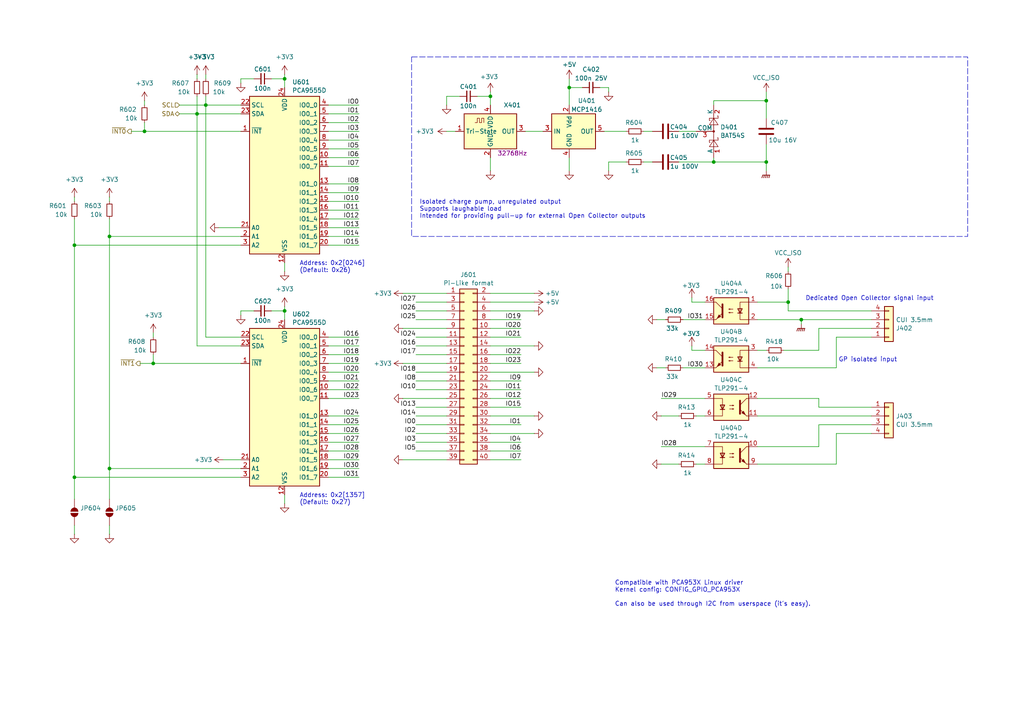
<source format=kicad_sch>
(kicad_sch (version 20231120) (generator "eeschema") (generator_version "8.0")
  (paper "A4")
  (lib_symbols
    (symbol "Connector_Generic:Conn_01x04" (pin_names (offset 1.016) hide)
      (property "Reference" "J" (at 0 5.08 0))
      (property "Value" "Conn_01x04" (at 0 -7.62 0))
      (symbol "Conn_01x04_1_1"
        (pin passive line (at -5.08 2.54 0) (length 3.81) (name "Pin_1") (number "1"))
        (pin passive line (at -5.08 0 0) (length 3.81) (name "Pin_2") (number "2"))
        (pin passive line (at -5.08 -2.54 0) (length 3.81) (name "Pin_3") (number "3"))
        (pin passive line (at -5.08 -5.08 0) (length 3.81) (name "Pin_4") (number "4"))
      )
    )
    (symbol "Connector_Generic:Conn_02x20_Odd_Even" (pin_names (offset 1.016) hide)
      (property "Reference" "J" (at 1.27 25.4 0))
      (property "Value" "Conn_02x20_Odd_Even" (at 1.27 -27.94 0))
      (symbol "Conn_02x20_Odd_Even_1_1"
        (pin passive line (at -5.08 22.86 0) (length 3.81) (name "Pin_1") (number "1"))
        (pin passive line (at 7.62 12.7 180) (length 3.81) (name "Pin_10") (number "10"))
        (pin passive line (at -5.08 10.16 0) (length 3.81) (name "Pin_11") (number "11"))
        (pin passive line (at 7.62 10.16 180) (length 3.81) (name "Pin_12") (number "12"))
        (pin passive line (at -5.08 7.62 0) (length 3.81) (name "Pin_13") (number "13"))
        (pin passive line (at 7.62 7.62 180) (length 3.81) (name "Pin_14") (number "14"))
        (pin passive line (at -5.08 5.08 0) (length 3.81) (name "Pin_15") (number "15"))
        (pin passive line (at 7.62 5.08 180) (length 3.81) (name "Pin_16") (number "16"))
        (pin passive line (at -5.08 2.54 0) (length 3.81) (name "Pin_17") (number "17"))
        (pin passive line (at 7.62 2.54 180) (length 3.81) (name "Pin_18") (number "18"))
        (pin passive line (at -5.08 0 0) (length 3.81) (name "Pin_19") (number "19"))
        (pin passive line (at 7.62 22.86 180) (length 3.81) (name "Pin_2") (number "2"))
        (pin passive line (at 7.62 0 180) (length 3.81) (name "Pin_20") (number "20"))
        (pin passive line (at -5.08 -2.54 0) (length 3.81) (name "Pin_21") (number "21"))
        (pin passive line (at 7.62 -2.54 180) (length 3.81) (name "Pin_22") (number "22"))
        (pin passive line (at -5.08 -5.08 0) (length 3.81) (name "Pin_23") (number "23"))
        (pin passive line (at 7.62 -5.08 180) (length 3.81) (name "Pin_24") (number "24"))
        (pin passive line (at -5.08 -7.62 0) (length 3.81) (name "Pin_25") (number "25"))
        (pin passive line (at 7.62 -7.62 180) (length 3.81) (name "Pin_26") (number "26"))
        (pin passive line (at -5.08 -10.16 0) (length 3.81) (name "Pin_27") (number "27"))
        (pin passive line (at 7.62 -10.16 180) (length 3.81) (name "Pin_28") (number "28"))
        (pin passive line (at -5.08 -12.7 0) (length 3.81) (name "Pin_29") (number "29"))
        (pin passive line (at -5.08 20.32 0) (length 3.81) (name "Pin_3") (number "3"))
        (pin passive line (at 7.62 -12.7 180) (length 3.81) (name "Pin_30") (number "30"))
        (pin passive line (at -5.08 -15.24 0) (length 3.81) (name "Pin_31") (number "31"))
        (pin passive line (at 7.62 -15.24 180) (length 3.81) (name "Pin_32") (number "32"))
        (pin passive line (at -5.08 -17.78 0) (length 3.81) (name "Pin_33") (number "33"))
        (pin passive line (at 7.62 -17.78 180) (length 3.81) (name "Pin_34") (number "34"))
        (pin passive line (at -5.08 -20.32 0) (length 3.81) (name "Pin_35") (number "35"))
        (pin passive line (at 7.62 -20.32 180) (length 3.81) (name "Pin_36") (number "36"))
        (pin passive line (at -5.08 -22.86 0) (length 3.81) (name "Pin_37") (number "37"))
        (pin passive line (at 7.62 -22.86 180) (length 3.81) (name "Pin_38") (number "38"))
        (pin passive line (at -5.08 -25.4 0) (length 3.81) (name "Pin_39") (number "39"))
        (pin passive line (at 7.62 20.32 180) (length 3.81) (name "Pin_4") (number "4"))
        (pin passive line (at 7.62 -25.4 180) (length 3.81) (name "Pin_40") (number "40"))
        (pin passive line (at -5.08 17.78 0) (length 3.81) (name "Pin_5") (number "5"))
        (pin passive line (at 7.62 17.78 180) (length 3.81) (name "Pin_6") (number "6"))
        (pin passive line (at -5.08 15.24 0) (length 3.81) (name "Pin_7") (number "7"))
        (pin passive line (at 7.62 15.24 180) (length 3.81) (name "Pin_8") (number "8"))
        (pin passive line (at -5.08 12.7 0) (length 3.81) (name "Pin_9") (number "9"))
      )
    )
    (symbol "Device:C" (pin_numbers hide) (pin_names (offset 0.254))
      (property "Reference" "C" (at 0.635 2.54 0))
      (property "Value" "C" (at 0.635 -2.54 0))
      (symbol "C_1_1"
        (pin passive line (at 0 3.81 270) (length 2.794) (name "~") (number "1"))
        (pin passive line (at 0 -3.81 90) (length 2.794) (name "~") (number "2"))
      )
    )
    (symbol "Device:C_Small" (pin_numbers hide) (pin_names (offset 0.254) hide)
      (property "Reference" "C" (at 0.254 1.778 0))
      (property "Value" "C_Small" (at 0.254 -2.032 0))
      (symbol "C_Small_1_1"
        (pin passive line (at 0 2.54 270) (length 2.032) (name "~") (number "1"))
        (pin passive line (at 0 -2.54 90) (length 2.032) (name "~") (number "2"))
      )
    )
    (symbol "Device:R_Small" (pin_numbers hide) (pin_names (offset 0.254) hide)
      (property "Reference" "R" (at 0.762 0.508 0))
      (property "Value" "R_Small" (at 0.762 -1.016 0))
      (symbol "R_Small_1_1"
        (pin passive line (at 0 2.54 270) (length 0.762) (name "~") (number "1"))
        (pin passive line (at 0 -2.54 90) (length 0.762) (name "~") (number "2"))
      )
    )
    (symbol "Diode:BAT54S" (pin_names (offset 0))
      (property "Reference" "D" (at 2.54 -5.08 0))
      (property "Value" "BAT54S" (at -6.35 3.175 0))
      (symbol "BAT54S_1_1"
        (pin passive line (at -7.62 0 0) (length 3.81) (name "A") (number "1"))
        (pin passive line (at 7.62 0 180) (length 3.81) (name "K") (number "2"))
        (pin passive line (at 0 -5.08 90) (length 5.08) (name "COM") (number "3"))
      )
    )
    (symbol "Driver_FET:MCP1416"
      (property "Reference" "U" (at -5.08 6.35 0))
      (property "Value" "MCP1416" (at 1.27 6.35 0))
      (symbol "MCP1416_1_1"
        (pin no_connect line (at 7.62 -2.54 180) (length 2.54) hide (name "NC") (number "1"))
        (pin power_in line (at 0 7.62 270) (length 2.54) (name "Vdd") (number "2"))
        (pin input line (at -7.62 0 0) (length 2.54) (name "IN") (number "3"))
        (pin power_in line (at 0 -7.62 90) (length 2.54) (name "GND") (number "4"))
        (pin output line (at 10.16 0 180) (length 2.54) (name "OUT") (number "5"))
      )
    )
    (symbol "Interface_Expansion:PCA9555D"
      (property "Reference" "U" (at -8.89 24.13 0))
      (property "Value" "PCA9555D" (at 6.35 24.13 0))
      (symbol "PCA9555D_1_1"
        (pin open_collector line (at -12.7 12.7 0) (length 2.54) (name "~{INT}") (number "1"))
        (pin bidirectional line (at 12.7 5.08 180) (length 2.54) (name "IO0_6") (number "10"))
        (pin bidirectional line (at 12.7 2.54 180) (length 2.54) (name "IO0_7") (number "11"))
        (pin power_in line (at 0 -25.4 90) (length 2.54) (name "VSS") (number "12"))
        (pin bidirectional line (at 12.7 -2.54 180) (length 2.54) (name "IO1_0") (number "13"))
        (pin bidirectional line (at 12.7 -5.08 180) (length 2.54) (name "IO1_1") (number "14"))
        (pin bidirectional line (at 12.7 -7.62 180) (length 2.54) (name "IO1_2") (number "15"))
        (pin bidirectional line (at 12.7 -10.16 180) (length 2.54) (name "IO1_3") (number "16"))
        (pin bidirectional line (at 12.7 -12.7 180) (length 2.54) (name "IO1_4") (number "17"))
        (pin bidirectional line (at 12.7 -15.24 180) (length 2.54) (name "IO1_5") (number "18"))
        (pin bidirectional line (at 12.7 -17.78 180) (length 2.54) (name "IO1_6") (number "19"))
        (pin input line (at -12.7 -17.78 0) (length 2.54) (name "A1") (number "2"))
        (pin bidirectional line (at 12.7 -20.32 180) (length 2.54) (name "IO1_7") (number "20"))
        (pin input line (at -12.7 -15.24 0) (length 2.54) (name "A0") (number "21"))
        (pin input line (at -12.7 20.32 0) (length 2.54) (name "SCL") (number "22"))
        (pin bidirectional line (at -12.7 17.78 0) (length 2.54) (name "SDA") (number "23"))
        (pin power_in line (at 0 25.4 270) (length 2.54) (name "VDD") (number "24"))
        (pin input line (at -12.7 -20.32 0) (length 2.54) (name "A2") (number "3"))
        (pin bidirectional line (at 12.7 20.32 180) (length 2.54) (name "IO0_0") (number "4"))
        (pin bidirectional line (at 12.7 17.78 180) (length 2.54) (name "IO0_1") (number "5"))
        (pin bidirectional line (at 12.7 15.24 180) (length 2.54) (name "IO0_2") (number "6"))
        (pin bidirectional line (at 12.7 12.7 180) (length 2.54) (name "IO0_3") (number "7"))
        (pin bidirectional line (at 12.7 10.16 180) (length 2.54) (name "IO0_4") (number "8"))
        (pin bidirectional line (at 12.7 7.62 180) (length 2.54) (name "IO0_5") (number "9"))
      )
    )
    (symbol "Isolator:TLP291-4"
      (property "Reference" "U" (at -5.08 5.08 0))
      (property "Value" "TLP291-4" (at 0 5.08 0))
      (symbol "TLP291-4_1_1"
        (pin passive line (at -7.62 2.54 0) (length 2.54) (name "~") (number "1"))
        (pin passive line (at 7.62 -2.54 180) (length 2.54) (name "~") (number "15"))
        (pin passive line (at 7.62 2.54 180) (length 2.54) (name "~") (number "16"))
        (pin passive line (at -7.62 -2.54 0) (length 2.54) (name "~") (number "2"))
      )
      (symbol "TLP291-4_2_1"
        (pin passive line (at 7.62 -2.54 180) (length 2.54) (name "~") (number "13"))
        (pin passive line (at 7.62 2.54 180) (length 2.54) (name "~") (number "14"))
        (pin passive line (at -7.62 2.54 0) (length 2.54) (name "~") (number "3"))
        (pin passive line (at -7.62 -2.54 0) (length 2.54) (name "~") (number "4"))
      )
      (symbol "TLP291-4_3_1"
        (pin passive line (at 7.62 -2.54 180) (length 2.54) (name "~") (number "11"))
        (pin passive line (at 7.62 2.54 180) (length 2.54) (name "~") (number "12"))
        (pin passive line (at -7.62 2.54 0) (length 2.54) (name "~") (number "5"))
        (pin passive line (at -7.62 -2.54 0) (length 2.54) (name "~") (number "6"))
      )
      (symbol "TLP291-4_4_1"
        (pin passive line (at 7.62 2.54 180) (length 2.54) (name "~") (number "10"))
        (pin passive line (at -7.62 2.54 0) (length 2.54) (name "~") (number "7"))
        (pin passive line (at -7.62 -2.54 0) (length 2.54) (name "~") (number "8"))
        (pin passive line (at 7.62 -2.54 180) (length 2.54) (name "~") (number "9"))
      )
    )
    (symbol "Jumper:SolderJumper_2_Open" (pin_numbers hide) (pin_names (offset 0) hide) (exclude_from_sim yes) (in_bom no)
      (property "Reference" "JP" (at 0 2.032 0))
      (property "Value" "SolderJumper_2_Open" (at 0 -2.54 0))
      (symbol "SolderJumper_2_Open_1_1"
        (pin passive line (at -3.81 0 0) (length 2.54) (name "A") (number "1"))
        (pin passive line (at 3.81 0 180) (length 2.54) (name "B") (number "2"))
      )
    )
    (symbol "Oscillator:ECS-2520MV-xxx-xx"
      (property "Reference" "X" (at -5.08 6.35 0))
      (property "Value" "ECS-2520MV-xxx-xx" (at 1.27 -6.35 0))
      (symbol "ECS-2520MV-xxx-xx_1_1"
        (pin input line (at -10.16 0 0) (length 2.54) (name "Tri-State") (number "1"))
        (pin power_in line (at 0 -7.62 90) (length 2.54) (name "GND") (number "2"))
        (pin output line (at 10.16 0 180) (length 2.54) (name "OUT") (number "3"))
        (pin power_in line (at 0 7.62 270) (length 2.54) (name "VDD") (number "4"))
      )
    )
    (symbol "Toucanuino-rescue:+3.3V-power" (power) (pin_names (offset 0))
      (property "Value" "+3.3V-power" (at 0 3.556 0))
      (symbol "+3.3V-power_1_1"
        (pin power_in line (at 0 0 90) (length 0) hide (name "+3V3") (number "1"))
      )
    )
    (symbol "VCC_1" (power) (pin_numbers hide) (pin_names (offset 0) hide)
      (property "Value" "VCC" (at 0 3.556 0))
      (symbol "VCC_1_1_1"
        (pin power_in line (at 0 0 90) (length 0) (name "~") (number "1"))
      )
    )
    (symbol "power:+3V3" (power) (pin_numbers hide) (pin_names (offset 0) hide)
      (property "Value" "+3V3" (at 0 3.556 0))
      (symbol "+3V3_1_1"
        (pin power_in line (at 0 0 90) (length 0) (name "~") (number "1"))
      )
    )
    (symbol "power:+5V" (power) (pin_numbers hide) (pin_names (offset 0) hide)
      (property "Value" "+5V" (at 0 3.556 0))
      (symbol "+5V_1_1"
        (pin power_in line (at 0 0 90) (length 0) (name "~") (number "1"))
      )
    )
    (symbol "power:GND" (power) (pin_numbers hide) (pin_names (offset 0) hide)
      (property "Value" "GND" (at 0 -3.81 0))
      (symbol "GND_1_1"
        (pin power_in line (at 0 0 270) (length 0) (name "~") (number "1"))
      )
    )
    (symbol "power:GND1" (power) (pin_numbers hide) (pin_names (offset 0) hide)
      (property "Value" "GND1" (at 0 -3.81 0))
      (symbol "GND1_1_1"
        (pin power_in line (at 0 0 270) (length 0) (name "~") (number "1"))
      )
    )
    (symbol "power:GNDPWR" (power) (pin_names (offset 0))
      (symbol "GNDPWR_1_1"
        (pin power_in line (at 0 0 270) (length 0) hide (name "GNDPWR") (number "1"))
      )
    )
    (symbol "power:VCC" (power) (pin_numbers hide) (pin_names (offset 0) hide)
      (property "Value" "VCC_ISO" (at 0 4.1331 0))
      (symbol "VCC_1_1"
        (pin power_in line (at 0 0 90) (length 0) (name "~") (number "1"))
      )
    )
  )
  (junction (at 21.59 71.12))
  (junction (at 44.45 105.41))
  (junction (at 222.25 46.99))
  (junction (at 31.75 68.58))
  (junction (at 228.6 87.63))
  (junction (at 142.24 27.94))
  (junction (at 207.01 46.99))
  (junction (at 41.91 38.1))
  (junction (at 57.15 33.02))
  (junction (at 232.41 92.71))
  (junction (at 59.69 30.48))
  (junction (at 222.25 29.21))
  (junction (at 330.2 92.71))
  (junction (at 21.59 138.43))
  (junction (at 31.75 135.89))
  (junction (at 82.55 22.86))
  (junction (at 82.55 90.17))
  (junction (at 165.1 25.4))
  (junction (at 331.47 115.57))
  (wire (pts (xy 82.55 21.59) (xy 82.55 22.86)))
  (wire (pts (xy 219.71 120.65) (xy 252.73 120.65)))
  (wire (pts (xy 95.25 123.19) (xy 104.14 123.19)))
  (wire (pts (xy 237.49 118.11) (xy 237.49 115.57)))
  (wire (pts (xy 116.84 133.35) (xy 129.54 133.35)))
  (wire (pts (xy 165.1 22.86) (xy 165.1 25.4)))
  (wire (pts (xy 142.24 110.49) (xy 151.13 110.49)))
  (wire (pts (xy 95.25 40.64) (xy 104.14 40.64)))
  (wire (pts (xy 142.24 100.33) (xy 154.94 100.33)))
  (wire (pts (xy 129.54 27.94) (xy 133.35 27.94)))
  (wire (pts (xy 129.54 97.79) (xy 120.65 97.79)))
  (wire (pts (xy 31.75 63.5) (xy 31.75 68.58)))
  (wire (pts (xy 69.85 90.17) (xy 69.85 91.44)))
  (wire (pts (xy 69.85 22.86) (xy 69.85 24.13)))
  (wire (pts (xy 95.25 97.79) (xy 104.14 97.79)))
  (wire (pts (xy 331.47 114.3) (xy 331.47 115.57)))
  (wire (pts (xy 95.25 113.03) (xy 104.14 113.03)))
  (wire (pts (xy 142.24 113.03) (xy 151.13 113.03)))
  (wire (pts (xy 222.25 46.99) (xy 222.25 49.53)))
  (wire (pts (xy 95.25 38.1) (xy 104.14 38.1)))
  (wire (pts (xy 222.25 26.67) (xy 222.25 29.21)))
  (wire (pts (xy 59.69 27.94) (xy 59.69 30.48)))
  (wire (pts (xy 330.2 92.71) (xy 336.55 92.71)))
  (wire (pts (xy 186.69 38.1) (xy 189.23 38.1)))
  (wire (pts (xy 21.59 63.5) (xy 21.59 71.12)))
  (wire (pts (xy 219.71 134.62) (xy 242.57 134.62)))
  (wire (pts (xy 207.01 45.72) (xy 207.01 46.99)))
  (wire (pts (xy 82.55 22.86) (xy 78.74 22.86)))
  (wire (pts (xy 190.5 106.68) (xy 193.04 106.68)))
  (wire (pts (xy 176.53 46.99) (xy 176.53 49.53)))
  (wire (pts (xy 176.53 26.67) (xy 176.53 25.4)))
  (wire (pts (xy 142.24 115.57) (xy 151.13 115.57)))
  (wire (pts (xy 44.45 105.41) (xy 69.85 105.41)))
  (wire (pts (xy 129.54 100.33) (xy 120.65 100.33)))
  (wire (pts (xy 73.66 22.86) (xy 69.85 22.86)))
  (wire (pts (xy 95.25 66.04) (xy 104.14 66.04)))
  (wire (pts (xy 219.71 115.57) (xy 237.49 115.57)))
  (wire (pts (xy 191.77 120.65) (xy 196.85 120.65)))
  (wire (pts (xy 330.2 93.98) (xy 330.2 92.71)))
  (wire (pts (xy 142.24 105.41) (xy 151.13 105.41)))
  (wire (pts (xy 116.84 115.57) (xy 129.54 115.57)))
  (wire (pts (xy 142.24 26.67) (xy 142.24 27.94)))
  (wire (pts (xy 228.6 87.63) (xy 219.71 87.63)))
  (wire (pts (xy 154.94 125.73) (xy 142.24 125.73)))
  (wire (pts (xy 306.07 87.63) (xy 331.47 87.63)))
  (wire (pts (xy 222.25 46.99) (xy 222.25 41.91)))
  (wire (pts (xy 52.07 33.02) (xy 57.15 33.02)))
  (wire (pts (xy 252.73 90.17) (xy 228.6 90.17)))
  (wire (pts (xy 129.54 30.48) (xy 129.54 27.94)))
  (wire (pts (xy 219.71 101.6) (xy 222.25 101.6)))
  (wire (pts (xy 57.15 33.02) (xy 69.85 33.02)))
  (wire (pts (xy 207.01 29.21) (xy 222.25 29.21)))
  (wire (pts (xy 165.1 25.4) (xy 165.1 30.48)))
  (wire (pts (xy 142.24 95.25) (xy 151.13 95.25)))
  (wire (pts (xy 252.73 118.11) (xy 237.49 118.11)))
  (wire (pts (xy 227.33 101.6) (xy 237.49 101.6)))
  (wire (pts (xy 41.91 29.21) (xy 41.91 30.48)))
  (wire (pts (xy 129.54 110.49) (xy 120.65 110.49)))
  (wire (pts (xy 306.07 115.57) (xy 331.47 115.57)))
  (wire (pts (xy 198.12 106.68) (xy 204.47 106.68)))
  (wire (pts (xy 82.55 76.2) (xy 82.55 78.74)))
  (wire (pts (xy 242.57 125.73) (xy 242.57 134.62)))
  (wire (pts (xy 142.24 130.81) (xy 151.13 130.81)))
  (wire (pts (xy 95.25 102.87) (xy 104.14 102.87)))
  (wire (pts (xy 52.07 30.48) (xy 59.69 30.48)))
  (wire (pts (xy 38.1 38.1) (xy 41.91 38.1)))
  (wire (pts (xy 21.59 71.12) (xy 69.85 71.12)))
  (wire (pts (xy 204.47 101.6) (xy 200.66 101.6)))
  (wire (pts (xy 306.07 92.71) (xy 330.2 92.71)))
  (wire (pts (xy 165.1 45.72) (xy 165.1 49.53)))
  (wire (pts (xy 152.4 38.1) (xy 157.48 38.1)))
  (wire (pts (xy 142.24 128.27) (xy 151.13 128.27)))
  (wire (pts (xy 95.25 128.27) (xy 104.14 128.27)))
  (wire (pts (xy 196.85 38.1) (xy 201.93 38.1)))
  (wire (pts (xy 95.25 68.58) (xy 104.14 68.58)))
  (polyline (pts (xy 321.945 86.36) (xy 321.945 95.25)) (stroke (width 0) (type dash_dot)))
  (wire (pts (xy 129.54 90.17) (xy 120.65 90.17)))
  (wire (pts (xy 219.71 129.54) (xy 237.49 129.54)))
  (wire (pts (xy 142.24 102.87) (xy 151.13 102.87)))
  (wire (pts (xy 116.84 85.09) (xy 129.54 85.09)))
  (wire (pts (xy 57.15 100.33) (xy 57.15 33.02)))
  (wire (pts (xy 191.77 134.62) (xy 196.85 134.62)))
  (wire (pts (xy 142.24 45.72) (xy 142.24 49.53)))
  (wire (pts (xy 154.94 85.09) (xy 142.24 85.09)))
  (wire (pts (xy 154.94 120.65) (xy 142.24 120.65)))
  (wire (pts (xy 64.77 133.35) (xy 69.85 133.35)))
  (wire (pts (xy 201.93 120.65) (xy 204.47 120.65)))
  (wire (pts (xy 21.59 152.4) (xy 21.59 154.94)))
  (wire (pts (xy 198.12 92.71) (xy 204.47 92.71)))
  (wire (pts (xy 252.73 125.73) (xy 242.57 125.73)))
  (wire (pts (xy 142.24 87.63) (xy 154.94 87.63)))
  (wire (pts (xy 190.5 92.71) (xy 193.04 92.71)))
  (wire (pts (xy 95.25 107.95) (xy 104.14 107.95)))
  (wire (pts (xy 95.25 133.35) (xy 104.14 133.35)))
  (wire (pts (xy 129.54 107.95) (xy 120.65 107.95)))
  (wire (pts (xy 207.01 46.99) (xy 222.25 46.99)))
  (wire (pts (xy 175.26 38.1) (xy 181.61 38.1)))
  (wire (pts (xy 95.25 58.42) (xy 104.14 58.42)))
  (wire (pts (xy 142.24 27.94) (xy 142.24 30.48)))
  (wire (pts (xy 95.25 30.48) (xy 104.14 30.48)))
  (wire (pts (xy 176.53 46.99) (xy 181.61 46.99)))
  (wire (pts (xy 191.77 129.54) (xy 204.47 129.54)))
  (wire (pts (xy 95.25 43.18) (xy 104.14 43.18)))
  (wire (pts (xy 228.6 77.47) (xy 228.6 78.74)))
  (wire (pts (xy 59.69 97.79) (xy 69.85 97.79)))
  (wire (pts (xy 95.25 125.73) (xy 104.14 125.73)))
  (wire (pts (xy 95.25 138.43) (xy 104.14 138.43)))
  (wire (pts (xy 311.15 29.21) (xy 311.15 30.48)))
  (wire (pts (xy 95.25 120.65) (xy 104.14 120.65)))
  (wire (pts (xy 306.07 58.42) (xy 331.47 58.42)))
  (wire (pts (xy 129.54 120.65) (xy 120.65 120.65)))
  (wire (pts (xy 331.47 107.95) (xy 331.47 109.22)))
  (wire (pts (xy 95.25 105.41) (xy 104.14 105.41)))
  (wire (pts (xy 228.6 90.17) (xy 228.6 87.63)))
  (wire (pts (xy 95.25 100.33) (xy 104.14 100.33)))
  (wire (pts (xy 95.25 55.88) (xy 104.14 55.88)))
  (wire (pts (xy 31.75 135.89) (xy 69.85 135.89)))
  (wire (pts (xy 129.54 92.71) (xy 120.65 92.71)))
  (wire (pts (xy 82.55 90.17) (xy 78.74 90.17)))
  (wire (pts (xy 201.93 134.62) (xy 204.47 134.62)))
  (wire (pts (xy 306.07 53.34) (xy 331.47 53.34)))
  (wire (pts (xy 331.47 115.57) (xy 336.55 115.57)))
  (wire (pts (xy 306.07 134.62) (xy 331.47 134.62)))
  (wire (pts (xy 41.91 38.1) (xy 69.85 38.1)))
  (wire (pts (xy 222.25 29.21) (xy 222.25 34.29)))
  (wire (pts (xy 306.07 30.48) (xy 311.15 30.48)))
  (wire (pts (xy 252.73 95.25) (xy 237.49 95.25)))
  (wire (pts (xy 31.75 135.89) (xy 31.75 144.78)))
  (wire (pts (xy 200.66 87.63) (xy 200.66 86.36)))
  (wire (pts (xy 31.75 68.58) (xy 31.75 135.89)))
  (wire (pts (xy 252.73 97.79) (xy 242.57 97.79)))
  (wire (pts (xy 31.75 152.4) (xy 31.75 154.94)))
  (wire (pts (xy 129.54 87.63) (xy 120.65 87.63)))
  (polyline (pts (xy 321.945 30.48) (xy 321.945 41.91)) (stroke (width 0) (type dash_dot)))
  (wire (pts (xy 200.66 101.6) (xy 200.66 100.33)))
  (wire (pts (xy 165.1 25.4) (xy 168.91 25.4)))
  (wire (pts (xy 196.85 46.99) (xy 207.01 46.99)))
  (wire (pts (xy 95.25 115.57) (xy 104.14 115.57)))
  (wire (pts (xy 21.59 71.12) (xy 21.59 138.43)))
  (polyline (pts (xy 321.945 114.3) (xy 321.945 123.19)) (stroke (width 0) (type dash_dot)))
  (polyline (pts (xy 321.945 128.27) (xy 321.945 136.525)) (stroke (width 0) (type dash_dot)))
  (wire (pts (xy 57.15 27.94) (xy 57.15 33.02)))
  (wire (pts (xy 173.99 25.4) (xy 176.53 25.4)))
  (wire (pts (xy 95.25 60.96) (xy 104.14 60.96)))
  (wire (pts (xy 57.15 100.33) (xy 69.85 100.33)))
  (wire (pts (xy 306.07 129.54) (xy 336.55 129.54)))
  (wire (pts (xy 59.69 30.48) (xy 59.69 97.79)))
  (wire (pts (xy 73.66 90.17) (xy 69.85 90.17)))
  (wire (pts (xy 311.15 38.1) (xy 331.47 38.1)))
  (wire (pts (xy 129.54 123.19) (xy 120.65 123.19)))
  (wire (pts (xy 21.59 57.15) (xy 21.59 58.42)))
  (wire (pts (xy 237.49 123.19) (xy 237.49 129.54)))
  (wire (pts (xy 40.64 105.41) (xy 44.45 105.41)))
  (wire (pts (xy 306.07 35.56) (xy 331.47 35.56)))
  (wire (pts (xy 82.55 88.9) (xy 82.55 90.17)))
  (wire (pts (xy 31.75 57.15) (xy 31.75 58.42)))
  (wire (pts (xy 232.41 92.71) (xy 232.41 93.98)))
  (wire (pts (xy 142.24 92.71) (xy 151.13 92.71)))
  (wire (pts (xy 129.54 105.41) (xy 116.84 105.41)))
  (wire (pts (xy 21.59 138.43) (xy 69.85 138.43)))
  (wire (pts (xy 219.71 92.71) (xy 232.41 92.71)))
  (wire (pts (xy 331.47 85.09) (xy 331.47 87.63)))
  (wire (pts (xy 63.5 66.04) (xy 69.85 66.04)))
  (wire (pts (xy 129.54 128.27) (xy 120.65 128.27)))
  (wire (pts (xy 207.01 29.21) (xy 207.01 30.48)))
  (wire (pts (xy 129.54 113.03) (xy 120.65 113.03)))
  (wire (pts (xy 116.84 95.25) (xy 129.54 95.25)))
  (wire (pts (xy 129.54 125.73) (xy 120.65 125.73)))
  (wire (pts (xy 142.24 123.19) (xy 151.13 123.19)))
  (wire (pts (xy 129.54 118.11) (xy 120.65 118.11)))
  (wire (pts (xy 204.47 87.63) (xy 200.66 87.63)))
  (wire (pts (xy 95.25 35.56) (xy 104.14 35.56)))
  (wire (pts (xy 82.55 143.51) (xy 82.55 146.05)))
  (wire (pts (xy 242.57 97.79) (xy 242.57 106.68)))
  (wire (pts (xy 82.55 90.17) (xy 82.55 92.71)))
  (wire (pts (xy 95.25 48.26) (xy 104.14 48.26)))
  (wire (pts (xy 95.25 135.89) (xy 104.14 135.89)))
  (wire (pts (xy 129.54 38.1) (xy 132.08 38.1)))
  (wire (pts (xy 95.25 45.72) (xy 104.14 45.72)))
  (wire (pts (xy 129.54 130.81) (xy 120.65 130.81)))
  (wire (pts (xy 311.15 39.37) (xy 311.15 38.1)))
  (wire (pts (xy 82.55 22.86) (xy 82.55 25.4)))
  (wire (pts (xy 142.24 118.11) (xy 151.13 118.11)))
  (wire (pts (xy 142.24 97.79) (xy 151.13 97.79)))
  (wire (pts (xy 95.25 53.34) (xy 104.14 53.34)))
  (wire (pts (xy 142.24 133.35) (xy 151.13 133.35)))
  (wire (pts (xy 252.73 123.19) (xy 237.49 123.19)))
  (wire (pts (xy 306.07 120.65) (xy 331.47 120.65)))
  (wire (pts (xy 142.24 90.17) (xy 154.94 90.17)))
  (wire (pts (xy 186.69 46.99) (xy 189.23 46.99)))
  (wire (pts (xy 95.25 33.02) (xy 104.14 33.02)))
  (wire (pts (xy 219.71 106.68) (xy 242.57 106.68)))
  (wire (pts (xy 57.15 21.59) (xy 57.15 22.86)))
  (wire (pts (xy 59.69 30.48) (xy 69.85 30.48)))
  (wire (pts (xy 228.6 83.82) (xy 228.6 87.63)))
  (wire (pts (xy 191.77 115.57) (xy 204.47 115.57)))
  (wire (pts (xy 44.45 96.52) (xy 44.45 97.79)))
  (wire (pts (xy 95.25 71.12) (xy 104.14 71.12)))
  (wire (pts (xy 41.91 35.56) (xy 41.91 38.1)))
  (wire (pts (xy 138.43 27.94) (xy 142.24 27.94)))
  (wire (pts (xy 237.49 95.25) (xy 237.49 101.6)))
  (wire (pts (xy 44.45 102.87) (xy 44.45 105.41)))
  (wire (pts (xy 59.69 21.59) (xy 59.69 22.86)))
  (wire (pts (xy 31.75 68.58) (xy 69.85 68.58)))
  (wire (pts (xy 232.41 92.71) (xy 252.73 92.71)))
  (wire (pts (xy 95.25 110.49) (xy 104.14 110.49)))
  (wire (pts (xy 21.59 138.43) (xy 21.59 144.78)))
  (wire (pts (xy 129.54 102.87) (xy 120.65 102.87)))
  (polyline (pts (xy 321.945 51.435) (xy 321.945 62.865)) (stroke (width 0) (type dash_dot)))
  (wire (pts (xy 95.25 63.5) (xy 104.14 63.5)))
  (wire (pts (xy 142.24 107.95) (xy 154.94 107.95)))
  (wire (pts (xy 95.25 130.81) (xy 104.14 130.81)))
  (rectangle (start 306.07 45.085) (end 339.725 64.77) (stroke (width 0) (type dash)))
  (rectangle (start 306.07 78.74) (end 339.725 100.965) (stroke (width 0) (type dash)))
  (rectangle (start 306.07 23.495) (end 339.725 43.18) (stroke (width 0) (type dash)))
  (rectangle (start 119.38 16.51) (end 280.67 68.58) (stroke (width 0) (type dash)))
  (rectangle (start 306.07 102.235) (end 339.725 126.365) (stroke (width 0) (type dash)))
  (rectangle (start 306.07 127.635) (end 339.725 140.97) (stroke (width 0) (type dash)))
  (text "Isolated charge pump, unregulated output\nSupports laughable load\nIntended for providing pull-up for external Open Collector outputs" (at 121.666 60.706 0) (effects (font (size 1.27 1.27)) (justify left)))
  (text "Active High output" (at 307.34 83.566 0) (effects (font (size 1.27 1.27)) (justify left)))
  (text "Open Collector output" (at 306.832 139.446 0) (effects (font (size 1.27 1.27)) (justify left)))
  (text "Dedicated Open Collector signal input" (at 252.222 86.614 0) (effects (font (size 1.27 1.27))))
  (text "Active Low output" (at 307.086 105.156 0) (effects (font (size 1.27 1.27)) (justify left)))
  (text "Interfacing with\nOpen Collector output" (at 315.722 27.432 0) (effects (font (size 1.27 1.27)) (justify left)))
  (text "Address: 0x2[1357]\n(Default: 0x27)" (at 86.868 144.78 0) (effects (font (size 1.27 1.27)) (justify left)))
  (text "Interfacing with\n3.3V / 5V / 12V logic output" (at 307.594 48.768 0) (effects (font (size 1.27 1.27)) (justify left)))
  (text "GP isolated input" (at 251.714 104.394 0) (effects (font (size 1.27 1.27))))
  (text "Compatible with PCA953X Linux driver\nKernel config: CONFIG_GPIO_PCA953X\n\nCan also be used through I2C from userspace (it's easy)." (at 178.308 172.212 0) (effects (font (size 1.27 1.27)) (justify left)))
  (text "Address: 0x2[0246]\n(Default: 0x26)" (at 86.868 77.47 0) (effects (font (size 1.27 1.27)) (justify left)))
  (label "IO15" (at 104.14 71.12 180))
  (label "IO7" (at 104.14 48.26 180))
  (label "IO11" (at 104.14 60.96 180))
  (label "IO14" (at 104.14 68.58 180))
  (label "IO28" (at 104.14 130.81 180))
  (label "IO20" (at 104.14 107.95 180))
  (label "IO2" (at 120.65 125.73 180))
  (label "IO9" (at 151.13 110.49 180))
  (label "IO18" (at 120.65 107.95 180))
  (label "IO17" (at 104.14 100.33 180))
  (label "IO3" (at 120.65 128.27 180))
  (label "IO31" (at 199.39 92.71 0))
  (label "IO12" (at 104.14 63.5 180))
  (label "IO15" (at 151.13 118.11 180))
  (label "IO7" (at 151.13 133.35 180))
  (label "IO21" (at 104.14 110.49 180))
  (label "IO0" (at 120.65 123.19 180))
  (label "IO25" (at 104.14 123.19 180))
  (label "IO30" (at 104.14 135.89 180))
  (label "IO19" (at 104.14 105.41 180))
  (label "IO22" (at 151.13 102.87 180))
  (label "IO1" (at 104.14 33.02 180))
  (label "IO24" (at 104.14 120.65 180))
  (label "IO16" (at 120.65 100.33 180))
  (label "IO5" (at 104.14 43.18 180))
  (label "IO31" (at 104.14 138.43 180))
  (label "IO1" (at 151.13 123.19 180))
  (label "IO20" (at 151.13 95.25 180))
  (label "IO6" (at 104.14 45.72 180))
  (label "IO23" (at 104.14 115.57 180))
  (label "IO12" (at 151.13 115.57 180))
  (label "IO21" (at 151.13 97.79 180))
  (label "IO29" (at 191.77 115.57 0))
  (label "IO3" (at 104.14 38.1 180))
  (label "IO27" (at 104.14 128.27 180))
  (label "IO6" (at 151.13 130.81 180))
  (label "IO26" (at 120.65 90.17 180))
  (label "IO24" (at 120.65 97.79 180))
  (label "IO4" (at 151.13 128.27 180))
  (label "IO22" (at 104.14 113.03 180))
  (label "IO8" (at 104.14 53.34 180))
  (label "IO23" (at 151.13 105.41 180))
  (label "IO4" (at 104.14 40.64 180))
  (label "IO16" (at 104.14 97.79 180))
  (label "IO28" (at 191.77 129.54 0))
  (label "IO2" (at 104.14 35.56 180))
  (label "IO29" (at 104.14 133.35 180))
  (label "IO13" (at 104.14 66.04 180))
  (label "IO14" (at 120.65 120.65 180))
  (label "IO25" (at 120.65 92.71 180))
  (label "IO5" (at 120.65 130.81 180))
  (label "IO10" (at 120.65 113.03 180))
  (label "IO27" (at 120.65 87.63 180))
  (label "IO13" (at 120.65 118.11 180))
  (label "IO8" (at 120.65 110.49 180))
  (label "IO11" (at 151.13 113.03 180))
  (label "IO10" (at 104.14 58.42 180))
  (label "IO17" (at 120.65 102.87 180))
  (label "IO18" (at 104.14 102.87 180))
  (label "IO9" (at 104.14 55.88 180))
  (label "IO26" (at 104.14 125.73 180))
  (label "IO30" (at 199.39 106.68 0))
  (label "IO19" (at 151.13 92.71 180))
  (label "IO0" (at 104.14 30.48 180))
  (hierarchical_label "SCL" (shape input) (at 52.07 30.48 180))
  (hierarchical_label "~{INT1}" (shape output) (at 40.64 105.41 180))
  (hierarchical_label "SDA" (shape bidirectional) (at 52.07 33.02 180))
  (hierarchical_label "~{INT0}" (shape output) (at 38.1 38.1 180))
  (symbol (lib_name "VCC_1") (lib_id "power:VCC") (at 331.47 107.95 0) (unit 1)
    (property "Reference" "#PWR0442" (effects (hide yes)))
    (property "Value" "VCC1" (at 331.47 103.8169 0))
    (property "Description" "Power symbol creates a global label with name \"VCC\"" (effects (hide yes)))
  )
  (symbol (lib_id "Device:R_Small") (at 199.39 134.62 90) (unit 1)
    (property "Reference" "R414" (at 201.676 132.08 90) (effects (justify left)))
    (property "Value" "1k" (at 200.66 137.16 90) (effects (justify left)))
    (property "Footprint" "Resistor_SMD:R_0603_1608Metric" (effects (hide yes)))
  )
  (symbol (lib_id "Toucanuino-rescue:+3.3V-power") (at 142.24 26.67 0) (mirror y) (unit 1)
    (property "Reference" "#PWR0405" (effects (hide yes)))
    (property "Value" "+3V3" (at 141.859 22.2758 0))
  )
  (symbol (lib_id "power:GND") (at 116.84 133.35 270) (unit 1)
    (property "Reference" "#PWR0624" (effects (hide yes)))
    (property "Value" "GND" (effects (hide yes)))
  )
  (symbol (lib_id "Device:R_Small") (at 330.2 96.52 180) (unit 1) (in_bom no) (on_board no)
    (property "Reference" "R421" (at 325.374 95.25 0))
    (property "Value" "10k" (at 326.39 97.79 0))
    (property "Footprint" "Resistor_SMD:R_0603_1608Metric" (effects (hide yes)))
  )
  (symbol (lib_id "Toucanuino-rescue:+3.3V-power") (at 129.54 38.1 90) (mirror x) (unit 1)
    (property "Reference" "#PWR0402" (effects (hide yes)))
    (property "Value" "+3V3" (at 123.19 38.1 90))
  )
  (symbol (lib_id "Device:R_Small") (at 195.58 92.71 90) (unit 1)
    (property "Reference" "R409" (at 197.866 90.17 90) (effects (justify left)))
    (property "Value" "33k" (at 196.85 95.25 90) (effects (justify left)))
    (property "Footprint" "Resistor_SMD:R_0603_1608Metric" (effects (hide yes)))
  )
  (symbol (lib_id "power:+3V3") (at 31.75 57.15 0) (unit 1)
    (property "Reference" "#PWR0604" (effects (hide yes)))
    (property "Value" "+3V3" (at 31.75 52.07 0))
    (property "Description" "Power symbol creates a global label with name \"+3V3\"" (effects (hide yes)))
  )
  (symbol (lib_id "power:GND") (at 31.75 154.94 0) (unit 1)
    (property "Reference" "#PWR0622" (effects (hide yes)))
    (property "Value" "GND" (effects (hide yes)))
  )
  (symbol (lib_id "power:GND") (at 191.77 134.62 270) (unit 1)
    (property "Reference" "#PWR0430" (effects (hide yes)))
    (property "Value" "GND" (effects (hide yes)))
  )
  (symbol (lib_id "Connector_Generic:Conn_01x04") (at 257.81 95.25 0) (mirror x) (unit 1)
    (property "Reference" "J402" (at 259.842 95.1922 0) (effects (justify left)))
    (property "Value" "CUI 3.5mm" (at 259.842 92.7679 0) (effects (justify left)))
    (property "Footprint" "libs:CUI_TBP03R1-350-04BE" (effects (hide yes)))
  )
  (symbol (lib_id "power:GNDPWR") (at 311.15 39.37 0) (unit 1)
    (property "Reference" "#PWR0438" (effects (hide yes)))
    (property "Value" "GND_ISO" (effects (hide yes)))
  )
  (symbol (lib_id "Connector_Generic:Conn_02x20_Odd_Even") (at 134.62 107.95 0) (unit 1)
    (property "Reference" "J601" (at 135.89 79.6755 0))
    (property "Value" "Pi-Like format" (at 135.89 82.0998 0))
    (property "Footprint" "Connector_PinHeader_2.54mm:PinHeader_2x20_P2.54mm_Horizontal" (effects (hide yes)))
    (property "Description" "Generic connector, double row, 02x20, odd/even pin numbering scheme (row 1 odd numbers, row 2 even numbers), script generated (kicad-library-utils/schlib/autogen/connector/)" (effects (hide yes)))
  )
  (symbol (lib_id "power:+3V3") (at 44.45 96.52 0) (unit 1)
    (property "Reference" "#PWR0625" (effects (hide yes)))
    (property "Value" "+3V3" (at 44.45 91.44 0))
    (property "Description" "Power symbol creates a global label with name \"+3V3\"" (effects (hide yes)))
  )
  (symbol (lib_id "power:GND") (at 129.54 30.48 0) (unit 1)
    (property "Reference" "#PWR0401" (effects (hide yes)))
    (property "Value" "GND" (effects (hide yes)))
  )
  (symbol (lib_id "power:+3V3") (at 116.84 85.09 90) (unit 1)
    (property "Reference" "#PWR0611" (effects (hide yes)))
    (property "Value" "+3V3" (at 113.665 85.09 90) (effects (justify left)))
    (property "Description" "Power symbol creates a global label with name \"+3V3\"" (effects (hide yes)))
  )
  (symbol (lib_id "Device:R_Small") (at 195.58 106.68 90) (unit 1)
    (property "Reference" "R410" (at 197.866 104.14 90) (effects (justify left)))
    (property "Value" "33k" (at 196.85 109.22 90) (effects (justify left)))
    (property "Footprint" "Resistor_SMD:R_0603_1608Metric" (effects (hide yes)))
  )
  (symbol (lib_id "power:GND") (at 82.55 78.74 0) (unit 1)
    (property "Reference" "#PWR0610" (effects (hide yes)))
    (property "Value" "GND" (effects (hide yes)))
  )
  (symbol (lib_id "Jumper:SolderJumper_2_Open") (at 31.75 148.59 270) (unit 1) (exclude_from_sim yes) (in_bom no)
    (property "Reference" "JP605" (at 33.401 147.3778 90) (effects (justify left)))
    (property "Value" "SolderJumper_2_Open" (effects (hide yes)))
    (property "Footprint" "Jumper:SolderJumper-2_P1.3mm_Open_TrianglePad1.0x1.5mm" (effects (hide yes)))
    (property "Description" "Solder Jumper, 2-pole, open" (effects (hide yes)))
  )
  (symbol (lib_id "Isolator:TLP291-4") (at 212.09 90.17 0) (mirror y) (unit 1)
    (property "Reference" "U404" (at 212.09 82.2155 0))
    (property "Value" "TLP291-4" (at 212.09 84.6398 0))
    (property "Footprint" "Package_SO:SOIC-16_4.55x10.3mm_P1.27mm" (effects (hide yes)))
    (property "Datasheet" "https://toshiba.semicon-storage.com/info/docget.jsp?did=12858&prodName=TLP291-4" (effects (hide yes)))
    (property "Description" "Quad DC Optocoupler, Vce 80V, CTR 50-100%, SOP16" (effects (hide yes)))
  )
  (symbol (lib_id "Device:R_Small") (at 21.59 60.96 180) (unit 1)
    (property "Reference" "R601" (at 16.764 59.69 0))
    (property "Value" "10k" (at 17.78 62.23 0))
    (property "Footprint" "Resistor_SMD:R_0603_1608Metric" (effects (hide yes)))
  )
  (symbol (lib_id "power:GND1") (at 330.2 99.06 90) (unit 1) (in_bom no) (on_board no)
    (property "Reference" "#PWR0439" (effects (hide yes)))
    (property "Value" "GND1" (at 333.375 99.06 90) (effects (justify right)))
    (property "Description" "Power symbol creates a global label with name \"GND1\" , ground" (effects (hide yes)))
  )
  (symbol (lib_id "power:GND") (at 190.5 106.68 270) (unit 1)
    (property "Reference" "#PWR0426" (effects (hide yes)))
    (property "Value" "GND" (effects (hide yes)))
  )
  (symbol (lib_name "VCC_1") (lib_id "power:VCC") (at 331.47 85.09 0) (unit 1)
    (property "Reference" "#PWR0441" (effects (hide yes)))
    (property "Value" "VCC1" (at 331.47 80.9569 0))
    (property "Description" "Power symbol creates a global label with name \"VCC\"" (effects (hide yes)))
  )
  (symbol (lib_id "power:+3V3") (at 59.69 21.59 0) (mirror y) (unit 1)
    (property "Reference" "#PWR0619" (effects (hide yes)))
    (property "Value" "+3V3" (at 59.69 16.51 0))
    (property "Description" "Power symbol creates a global label with name \"+3V3\"" (effects (hide yes)))
  )
  (symbol (lib_id "power:GND") (at 191.77 120.65 270) (unit 1)
    (property "Reference" "#PWR0429" (effects (hide yes)))
    (property "Value" "GND" (effects (hide yes)))
  )
  (symbol (lib_id "power:+5V") (at 154.94 87.63 270) (unit 1)
    (property "Reference" "#PWR0615" (effects (hide yes)))
    (property "Value" "+5V" (at 158.115 87.63 90) (effects (justify left)))
    (property "Description" "Power symbol creates a global label with name \"+5V\"" (effects (hide yes)))
  )
  (symbol (lib_id "Device:R_Small") (at 59.69 25.4 0) (mirror x) (unit 1)
    (property "Reference" "R609" (at 64.516 24.13 0))
    (property "Value" "10k" (at 63.5 26.67 0))
    (property "Footprint" "Resistor_SMD:R_0603_1608Metric" (effects (hide yes)))
  )
  (symbol (lib_id "power:GND1") (at 331.47 120.65 0) (unit 1) (in_bom no) (on_board no)
    (property "Reference" "#PWR0443" (effects (hide yes)))
    (property "Value" "GND1" (at 331.47 124.7831 0))
    (property "Description" "Power symbol creates a global label with name \"GND1\" , ground" (effects (hide yes)))
  )
  (symbol (lib_id "power:GND") (at 69.85 91.44 0) (mirror y) (unit 1)
    (property "Reference" "#PWR0626" (effects (hide yes)))
    (property "Value" "GND" (effects (hide yes)))
  )
  (symbol (lib_id "Driver_FET:MCP1416") (at 165.1 38.1 0) (unit 1)
    (property "Reference" "U401" (at 170.18 29.21 0))
    (property "Value" "MCP1416" (at 170.18 31.75 0))
    (property "Footprint" "Package_TO_SOT_SMD:SOT-23-5" (effects (hide yes)))
    (property "Datasheet" "http://ww1.microchip.com/downloads/en/DeviceDoc/20002092F.pdf" (effects (hide yes)))
  )
  (symbol (lib_id "Device:R_Small") (at 199.39 120.65 90) (unit 1)
    (property "Reference" "R413" (at 201.676 118.11 90) (effects (justify left)))
    (property "Value" "1k" (at 200.66 123.19 90) (effects (justify left)))
    (property "Footprint" "Resistor_SMD:R_0603_1608Metric" (effects (hide yes)))
  )
  (symbol (lib_id "power:GND") (at 116.84 95.25 270) (unit 1)
    (property "Reference" "#PWR0612" (effects (hide yes)))
    (property "Value" "GND" (effects (hide yes)))
  )
  (symbol (lib_id "Device:R_Small") (at 228.6 81.28 180) (unit 1)
    (property "Reference" "R606" (at 227.076 80.01 0) (effects (justify left)))
    (property "Value" "10k" (at 227.076 83.058 0) (effects (justify left)))
    (property "Footprint" "Resistor_SMD:R_0603_1608Metric" (effects (hide yes)))
  )
  (symbol (lib_id "power:GND") (at 63.5 66.04 270) (unit 1)
    (property "Reference" "#PWR0602" (effects (hide yes)))
    (property "Value" "GND" (effects (hide yes)))
  )
  (symbol (lib_id "power:+3V3") (at 41.91 29.21 0) (unit 1)
    (property "Reference" "#PWR0603" (effects (hide yes)))
    (property "Value" "+3V3" (at 41.91 24.13 0))
    (property "Description" "Power symbol creates a global label with name \"+3V3\"" (effects (hide yes)))
  )
  (symbol (lib_id "Jumper:SolderJumper_2_Open") (at 21.59 148.59 270) (unit 1) (exclude_from_sim yes) (in_bom no)
    (property "Reference" "JP604" (at 23.241 147.3778 90) (effects (justify left)))
    (property "Value" "SolderJumper_2_Open" (effects (hide yes)))
    (property "Footprint" "Jumper:SolderJumper-2_P1.3mm_Open_TrianglePad1.0x1.5mm" (effects (hide yes)))
    (property "Description" "Solder Jumper, 2-pole, open" (effects (hide yes)))
  )
  (symbol (lib_id "Isolator:TLP291-4") (at 212.09 118.11 0) (unit 3)
    (property "Reference" "U404" (at 212.09 110.1555 0))
    (property "Value" "TLP291-4" (at 212.09 112.5798 0))
    (property "Footprint" "Package_SO:SOIC-16_4.55x10.3mm_P1.27mm" (effects (hide yes)))
    (property "Datasheet" "https://toshiba.semicon-storage.com/info/docget.jsp?did=12858&prodName=TLP291-4" (effects (hide yes)))
    (property "Description" "Quad DC Optocoupler, Vce 80V, CTR 50-100%, SOP16" (effects (hide yes)))
  )
  (symbol (lib_id "Device:R_Small") (at 184.15 46.99 90) (unit 1)
    (property "Reference" "R605" (at 186.436 44.45 90) (effects (justify left)))
    (property "Value" "1k" (at 185.42 49.53 90) (effects (justify left)))
    (property "Footprint" "Resistor_SMD:R_0603_1608Metric" (effects (hide yes)))
  )
  (symbol (lib_id "Interface_Expansion:PCA9555D") (at 82.55 50.8 0) (unit 1)
    (property "Reference" "U601" (at 84.7441 23.7955 0) (effects (justify left)))
    (property "Value" "PCA9555D" (at 84.7441 26.2198 0) (effects (justify left)))
    (property "Footprint" "Package_SO:SOIC-24W_7.5x15.4mm_P1.27mm" (effects (hide yes)))
    (property "Datasheet" "https://www.nxp.com/docs/en/data-sheet/PCA9555.pdf" (effects (hide yes)))
    (property "Description" "IO expander 16 GPIO, I2C 400kHz, Interrupt, 2.3 - 5.5V, SOIC-24" (effects (hide yes)))
    (property "Alt" "PCA9535, TCA9555" (effects (hide yes)))
  )
  (symbol (lib_id "Device:C_Small") (at 76.2 22.86 270) (unit 1)
    (property "Reference" "C601" (at 73.66 20.066 90) (effects (justify left)))
    (property "Value" "100n" (at 73.66 25.654 90) (effects (justify left)))
    (property "Footprint" "Capacitor_SMD:C_0603_1608Metric" (effects (hide yes)))
  )
  (symbol (lib_id "power:GNDPWR") (at 232.41 93.98 0) (unit 1)
    (property "Reference" "#PWR0446" (effects (hide yes)))
    (property "Value" "GND_ISO" (effects (hide yes)))
  )
  (symbol (lib_id "Device:C") (at 193.04 38.1 270) (unit 1)
    (property "Reference" "C404" (at 194.31 36.83 90) (effects (justify left)))
    (property "Value" "1u 100V" (at 194.31 39.37 90) (effects (justify left)))
    (property "Footprint" "Capacitor_SMD:C_1206_3216Metric" (effects (hide yes)))
  )
  (symbol (lib_id "power:GNDPWR") (at 222.25 49.53 0) (unit 1)
    (property "Reference" "#PWR0422" (effects (hide yes)))
    (property "Value" "GND_ISO" (effects (hide yes)))
  )
  (symbol (lib_id "Device:C") (at 193.04 46.99 270) (unit 1)
    (property "Reference" "C405" (at 194.31 45.72 90) (effects (justify left)))
    (property "Value" "1u 100V" (at 194.31 48.26 90) (effects (justify left)))
    (property "Footprint" "Capacitor_SMD:C_1206_3216Metric" (effects (hide yes)))
  )
  (symbol (lib_id "power:+3V3") (at 200.66 86.36 0) (unit 1)
    (property "Reference" "#PWR0433" (effects (hide yes)))
    (property "Value" "+3V3" (at 200.406 82.804 0))
    (property "Description" "Power symbol creates a global label with name \"+3V3\"" (effects (hide yes)))
  )
  (symbol (lib_id "power:VCC") (at 311.15 29.21 0) (unit 1)
    (property "Reference" "#PWR0437" (effects (hide yes)))
    (property "Value" "VCC_ISO" (at 311.15 25.0769 0))
  )
  (symbol (lib_id "power:+5V") (at 165.1 22.86 0) (unit 1)
    (property "Reference" "#PWR0606" (effects (hide yes)))
    (property "Value" "+5V" (at 165.1 18.7269 0))
    (property "Description" "Power symbol creates a global label with name \"+5V\"" (effects (hide yes)))
  )
  (symbol (lib_id "power:+3V3") (at 21.59 57.15 0) (unit 1)
    (property "Reference" "#PWR0601" (effects (hide yes)))
    (property "Value" "+3V3" (at 21.59 52.07 0))
    (property "Description" "Power symbol creates a global label with name \"+3V3\"" (effects (hide yes)))
  )
  (symbol (lib_id "power:VCC") (at 228.6 77.47 0) (unit 1)
    (property "Reference" "#PWR0445" (effects (hide yes)))
    (property "Value" "VCC_ISO" (at 228.6 73.3369 0))
  )
  (symbol (lib_id "Device:R_Small") (at 41.91 33.02 180) (unit 1)
    (property "Reference" "R602" (at 37.084 31.75 0))
    (property "Value" "10k" (at 38.1 34.29 0))
    (property "Footprint" "Resistor_SMD:R_0603_1608Metric" (effects (hide yes)))
  )
  (symbol (lib_id "power:+3V3") (at 64.77 133.35 90) (unit 1)
    (property "Reference" "#PWR0605" (effects (hide yes)))
    (property "Value" "+3V3" (at 61.595 133.35 90) (effects (justify left)))
    (property "Description" "Power symbol creates a global label with name \"+3V3\"" (effects (hide yes)))
  )
  (symbol (lib_id "Device:C_Small") (at 171.45 25.4 90) (unit 1)
    (property "Reference" "C402" (at 171.4563 20.1381 90))
    (property "Value" "100n 25V" (at 171.4563 22.675 90))
    (property "Footprint" "Capacitor_SMD:C_0603_1608Metric" (effects (hide yes)))
  )
  (symbol (lib_id "Oscillator:ECS-2520MV-xxx-xx") (at 142.24 38.1 0) (unit 1)
    (property "Reference" "X401" (at 148.59 30.48 0))
    (property "Value" "ECS-327MVATX-5-CN-TR" (effects (hide yes)))
    (property "Footprint" "Oscillator:Oscillator_SMD_EuroQuartz_XO53-4Pin_5.0x3.2mm" (effects (hide yes)))
    (property "Datasheet" "https://www.mouser.pl/datasheet/2/122/ECS_327MVATX-1595948.pdf" (effects (hide yes)))
    (property "Comment" "32768Hz" (at 148.59 44.45 0))
  )
  (symbol (lib_id "power:+3V3") (at 82.55 88.9 0) (unit 1)
    (property "Reference" "#PWR0627" (effects (hide yes)))
    (property "Value" "+3V3" (at 82.55 83.82 0))
    (property "Description" "Power symbol creates a global label with name \"+3V3\"" (effects (hide yes)))
  )
  (symbol (lib_id "Device:R_Small") (at 31.75 60.96 180) (unit 1)
    (property "Reference" "R603" (at 26.924 59.69 0))
    (property "Value" "10k" (at 27.94 62.23 0))
    (property "Footprint" "Resistor_SMD:R_0603_1608Metric" (effects (hide yes)))
  )
  (symbol (lib_id "Device:R_Small") (at 224.79 101.6 90) (unit 1)
    (property "Reference" "R418" (at 227.076 99.06 90) (effects (justify left)))
    (property "Value" "10k" (at 226.06 104.14 90) (effects (justify left)))
    (property "Footprint" "Resistor_SMD:R_0603_1608Metric" (effects (hide yes)))
  )
  (symbol (lib_id "power:GND") (at 154.94 107.95 90) (unit 1)
    (property "Reference" "#PWR0618" (effects (hide yes)))
    (property "Value" "GND" (effects (hide yes)))
  )
  (symbol (lib_id "power:GND") (at 82.55 146.05 0) (unit 1)
    (property "Reference" "#PWR0628" (effects (hide yes)))
    (property "Value" "GND" (effects (hide yes)))
  )
  (symbol (lib_id "Device:C") (at 222.25 38.1 180) (unit 1)
    (property "Reference" "C407" (at 223.52 35.56 0) (effects (justify right)))
    (property "Value" "10u 16V" (at 231.14 40.64 0) (effects (justify left)))
    (property "Footprint" "Capacitor_SMD:C_1206_3216Metric" (effects (hide yes)))
  )
  (symbol (lib_id "Device:R_Small") (at 184.15 38.1 90) (unit 1)
    (property "Reference" "R604" (at 186.436 35.56 90) (effects (justify left)))
    (property "Value" "1k" (at 185.42 40.64 90) (effects (justify left)))
    (property "Footprint" "Resistor_SMD:R_0603_1608Metric" (effects (hide yes)))
  )
  (symbol (lib_id "power:GND") (at 154.94 125.73 90) (mirror x) (unit 1)
    (property "Reference" "#PWR0630" (effects (hide yes)))
    (property "Value" "GND" (effects (hide yes)))
  )
  (symbol (lib_id "Interface_Expansion:PCA9555D") (at 82.55 118.11 0) (unit 1)
    (property "Reference" "U602" (at 84.7441 91.1055 0) (effects (justify left)))
    (property "Value" "PCA9555D" (at 84.7441 93.5298 0) (effects (justify left)))
    (property "Footprint" "Package_SO:SOIC-24W_7.5x15.4mm_P1.27mm" (effects (hide yes)))
    (property "Datasheet" "https://www.nxp.com/docs/en/data-sheet/PCA9555.pdf" (effects (hide yes)))
    (property "Description" "IO expander 16 GPIO, I2C 400kHz, Interrupt, 2.3 - 5.5V, SOIC-24" (effects (hide yes)))
    (property "Alt" "PCA9535, TCA9555" (effects (hide yes)))
  )
  (symbol (lib_id "Diode:BAT54S") (at 207.01 38.1 270) (mirror x) (unit 1)
    (property "Reference" "D401" (at 208.915 36.8878 90) (effects (justify left)))
    (property "Value" "BAT54S" (at 208.915 39.3121 90) (effects (justify left)))
    (property "Footprint" "Package_TO_SOT_SMD:SOT-23" (effects (hide yes)))
    (property "Datasheet" "https://www.diodes.com/assets/Datasheets/ds11005.pdf" (effects (hide yes)))
    (property "Description" "Vr 30V, If 200mA, Dual schottky barrier diode, in series, SOT-323" (effects (hide yes)))
  )
  (symbol (lib_id "power:+3V3") (at 82.55 21.59 0) (unit 1)
    (property "Reference" "#PWR0609" (effects (hide yes)))
    (property "Value" "+3V3" (at 82.55 16.51 0))
    (property "Description" "Power symbol creates a global label with name \"+3V3\"" (effects (hide yes)))
  )
  (symbol (lib_id "power:+3V3") (at 57.15 21.59 0) (unit 1)
    (property "Reference" "#PWR0607" (effects (hide yes)))
    (property "Value" "+3V3" (at 57.15 16.51 0))
    (property "Description" "Power symbol creates a global label with name \"+3V3\"" (effects (hide yes)))
  )
  (symbol (lib_id "Isolator:TLP291-4") (at 212.09 132.08 0) (unit 4)
    (property "Reference" "U404" (at 212.09 124.1255 0))
    (property "Value" "TLP291-4" (at 212.09 126.5498 0))
    (property "Footprint" "Package_SO:SOIC-16_4.55x10.3mm_P1.27mm" (effects (hide yes)))
    (property "Datasheet" "https://toshiba.semicon-storage.com/info/docget.jsp?did=12858&prodName=TLP291-4" (effects (hide yes)))
    (property "Description" "Quad DC Optocoupler, Vce 80V, CTR 50-100%, SOP16" (effects (hide yes)))
  )
  (symbol (lib_id "power:GND1") (at 331.47 134.62 0) (unit 1) (in_bom no) (on_board no)
    (property "Reference" "#PWR0444" (effects (hide yes)))
    (property "Value" "GND1" (at 331.47 138.7531 0))
    (property "Description" "Power symbol creates a global label with name \"GND1\" , ground" (effects (hide yes)))
  )
  (symbol (lib_id "Device:R_Small") (at 44.45 100.33 180) (unit 1)
    (property "Reference" "R608" (at 39.624 99.06 0))
    (property "Value" "10k" (at 40.64 101.6 0))
    (property "Footprint" "Resistor_SMD:R_0603_1608Metric" (effects (hide yes)))
  )
  (symbol (lib_id "power:GND1") (at 331.47 58.42 0) (unit 1) (in_bom no) (on_board no)
    (property "Reference" "#PWR0440" (effects (hide yes)))
    (property "Value" "GND1" (at 331.47 62.5531 0))
    (property "Description" "Power symbol creates a global label with name \"GND1\" , ground" (effects (hide yes)))
  )
  (symbol (lib_id "power:GND") (at 21.59 154.94 0) (unit 1)
    (property "Reference" "#PWR0620" (effects (hide yes)))
    (property "Value" "GND" (effects (hide yes)))
  )
  (symbol (lib_id "power:+3V3") (at 200.66 100.33 0) (unit 1)
    (property "Reference" "#PWR0434" (effects (hide yes)))
    (property "Value" "+3V3" (at 200.406 96.774 0))
    (property "Description" "Power symbol creates a global label with name \"+3V3\"" (effects (hide yes)))
  )
  (symbol (lib_id "power:+3V3") (at 116.84 105.41 90) (unit 1)
    (property "Reference" "#PWR0613" (effects (hide yes)))
    (property "Value" "+3V3" (at 113.665 105.41 90) (effects (justify left)))
    (property "Description" "Power symbol creates a global label with name \"+3V3\"" (effects (hide yes)))
  )
  (symbol (lib_id "Device:R_Small") (at 57.15 25.4 180) (unit 1)
    (property "Reference" "R607" (at 52.324 24.13 0))
    (property "Value" "10k" (at 53.34 26.67 0))
    (property "Footprint" "Resistor_SMD:R_0603_1608Metric" (effects (hide yes)))
  )
  (symbol (lib_id "Device:R_Small") (at 331.47 111.76 180) (unit 1) (in_bom no) (on_board no)
    (property "Reference" "R422" (at 326.644 110.49 0))
    (property "Value" "10k" (at 327.66 113.03 0))
    (property "Footprint" "Resistor_SMD:R_0603_1608Metric" (effects (hide yes)))
  )
  (symbol (lib_id "Device:C_Small") (at 135.89 27.94 270) (unit 1)
    (property "Reference" "C401" (at 133.35 25.146 90) (effects (justify left)))
    (property "Value" "100n" (at 133.35 30.734 90) (effects (justify left)))
    (property "Footprint" "Capacitor_SMD:C_0603_1608Metric" (effects (hide yes)))
  )
  (symbol (lib_id "power:GND") (at 176.53 49.53 0) (unit 1)
    (property "Reference" "#PWR0415" (effects (hide yes)))
    (property "Value" "GND" (effects (hide yes)))
  )
  (symbol (lib_id "power:GND") (at 116.84 115.57 270) (unit 1)
    (property "Reference" "#PWR0623" (effects (hide yes)))
    (property "Value" "GND" (effects (hide yes)))
  )
  (symbol (lib_id "power:GND") (at 154.94 100.33 90) (unit 1)
    (property "Reference" "#PWR0617" (effects (hide yes)))
    (property "Value" "GND" (effects (hide yes)))
  )
  (symbol (lib_id "power:GND") (at 154.94 90.17 90) (unit 1)
    (property "Reference" "#PWR0616" (effects (hide yes)))
    (property "Value" "GND" (effects (hide yes)))
  )
  (symbol (lib_id "power:GND") (at 176.53 26.67 0) (unit 1)
    (property "Reference" "#PWR0414" (effects (hide yes)))
    (property "Value" "GND" (effects (hide yes)))
  )
  (symbol (lib_id "power:GND") (at 154.94 120.65 90) (mirror x) (unit 1)
    (property "Reference" "#PWR0629" (effects (hide yes)))
    (property "Value" "GND" (effects (hide yes)))
  )
  (symbol (lib_id "power:VCC") (at 222.25 26.67 0) (unit 1)
    (property "Reference" "#PWR0421" (effects (hide yes)))
    (property "Value" "VCC_ISO" (at 222.25 22.5369 0))
  )
  (symbol (lib_id "Connector_Generic:Conn_01x04") (at 257.81 120.65 0) (unit 1)
    (property "Reference" "J403" (at 259.842 120.7078 0) (effects (justify left)))
    (property "Value" "CUI 3.5mm" (at 259.842 123.1321 0) (effects (justify left)))
    (property "Footprint" "libs:CUI_TBP03R1-350-04BE" (effects (hide yes)))
  )
  (symbol (lib_id "power:GND") (at 190.5 92.71 270) (unit 1)
    (property "Reference" "#PWR0425" (effects (hide yes)))
    (property "Value" "GND" (effects (hide yes)))
  )
  (symbol (lib_id "power:GND") (at 165.1 49.53 0) (unit 1)
    (property "Reference" "#PWR0412" (effects (hide yes)))
    (property "Value" "GND" (effects (hide yes)))
  )
  (symbol (lib_id "power:GND") (at 142.24 49.53 0) (unit 1)
    (property "Reference" "#PWR0406" (effects (hide yes)))
    (property "Value" "GND" (effects (hide yes)))
  )
  (symbol (lib_id "power:GND") (at 69.85 24.13 0) (mirror y) (unit 1)
    (property "Reference" "#PWR0608" (effects (hide yes)))
    (property "Value" "GND" (effects (hide yes)))
  )
  (symbol (lib_id "Isolator:TLP291-4") (at 212.09 104.14 0) (mirror y) (unit 2)
    (property "Reference" "U404" (at 212.09 96.1855 0))
    (property "Value" "TLP291-4" (at 212.09 98.6098 0))
    (property "Footprint" "Package_SO:SOIC-16_4.55x10.3mm_P1.27mm" (effects (hide yes)))
    (property "Datasheet" "https://toshiba.semicon-storage.com/info/docget.jsp?did=12858&prodName=TLP291-4" (effects (hide yes)))
    (property "Description" "Quad DC Optocoupler, Vce 80V, CTR 50-100%, SOP16" (effects (hide yes)))
  )
  (symbol (lib_id "Device:C_Small") (at 76.2 90.17 270) (unit 1)
    (property "Reference" "C602" (at 73.66 87.376 90) (effects (justify left)))
    (property "Value" "100n" (at 73.66 92.964 90) (effects (justify left)))
    (property "Footprint" "Capacitor_SMD:C_0603_1608Metric" (effects (hide yes)))
  )
  (symbol (lib_id "power:+5V") (at 154.94 85.09 270) (unit 1)
    (property "Reference" "#PWR0614" (effects (hide yes)))
    (property "Value" "+5V" (at 158.115 85.09 90) (effects (justify left)))
    (property "Description" "Power symbol creates a global label with name \"+5V\"" (effects (hide yes)))
  )
)
</source>
